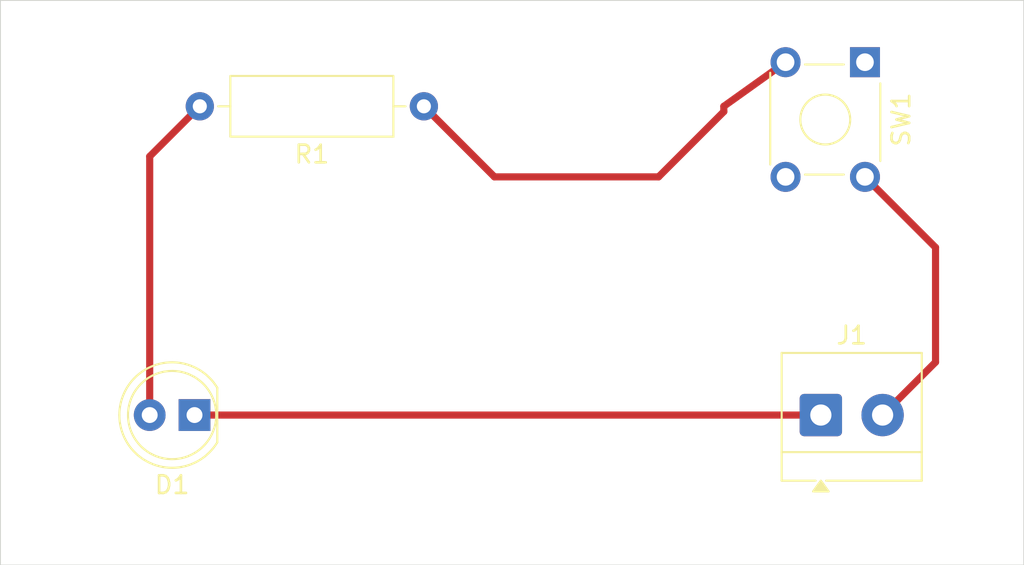
<source format=kicad_pcb>
(kicad_pcb (version 20241229) (generator "pcbnew") (generator_version "9.0")
  (layers (0 "F.Cu" signal) (2 "B.Cu" signal) (13 "F.Paste" user) (15 "B.Paste" user) (5 "F.SilkS" user "F.Silkscreen") (7 "B.SilkS" user "B.Silkscreen") (1 "F.Mask" user) (3 "B.Mask" user) (25 "Edge.Cuts" user))
  (net 0 "")
  (net 1 "Net-(D1-A)")
  (net 2 "GND")
  (net 3 "5V")
  (net 4 "Net-(R1-Pad1)")
  (footprint "TerminalBlock_4Ucon:TerminalBlock_4Ucon_1x02_P3.50mm_Horizontal" (layer "F.Cu") (at 83.5 56.5)
    (property "Reference" "J1" (at 1.75 -4.52 0) (layer "F.SilkS"))
    (property "Value" "Screw_Terminal_01x02")
    (fp_line (start -2.22 -3.52) (end -2.22 3.72) (stroke (width 0.12)) (layer "F.SilkS"))
    (fp_line (start -2.22 -3.52) (end 5.72 -3.52) (stroke (width 0.12)) (layer "F.SilkS"))
    (fp_line (start -2.22 2.1) (end 5.72 2.1) (stroke (width 0.12)) (layer "F.SilkS"))
    (fp_line (start -2.22 3.72) (end -0.3 3.72) (stroke (width 0.12)) (layer "F.SilkS"))
    (fp_line (start 0.3 3.72) (end 5.72 3.72) (stroke (width 0.12)) (layer "F.SilkS"))
    (fp_line (start 5.72 -3.52) (end 5.72 3.72) (stroke (width 0.12)) (layer "F.SilkS"))
    (fp_poly (pts (xy 0 3.72) (xy 0.44 4.33) (xy -0.44 4.33)) (stroke (width 0.12)) (fill yes) (layer "F.SilkS"))
    (pad "1" thru_hole roundrect (at 0 0) (size 2.4 2.4) (drill 1.2) (layers "*.Cu" "*.Mask") (roundrect_rratio 0.104167) (net 2 "GND"))
    (pad "2" thru_hole circle (at 3.5 0) (size 2.4 2.4) (drill 1.2) (layers "*.Cu" "*.Mask") (net 3 "5V"))
  )
  (footprint "LED_THT:LED_D5.0mm" (layer "F.Cu") (at 48 56.5 180)
    (property "Reference" "D1" (at 1.27 -3.96 180) (layer "F.SilkS"))
    (property "Value" "SFH482")
    (fp_line (start -1.29 -1.545) (end -1.29 1.545) (stroke (width 0.12)) (layer "F.SilkS"))
    (fp_arc (start 4.26 0) (mid 2.071779 2.880495) (end -1.29 1.54483) (stroke (width 0.12)) (layer "F.SilkS"))
    (fp_arc (start -1.29 -1.54483) (mid 2.071779 -2.880495) (end 4.26 0) (stroke (width 0.12)) (layer "F.SilkS"))
    (fp_circle (center 1.27 0) (end 3.77 0) (stroke (width 0.12)) (fill no) (layer "F.SilkS"))
    (pad "1" thru_hole rect (at 0 0 180) (size 1.8 1.8) (drill 0.9) (layers "*.Cu" "*.Mask") (net 2 "GND"))
    (pad "2" thru_hole circle (at 2.54 0 180) (size 1.8 1.8) (drill 0.9) (layers "*.Cu" "*.Mask") (net 1 "Net-(D1-A)"))
  )
  (footprint "Resistor_THT:R_Axial_DIN0309_L9.0mm_D3.2mm_P12.70mm_Horizontal" (layer "F.Cu") (at 61 39 180)
    (property "Reference" "R1" (at 6.35 -2.72 180) (layer "F.SilkS"))
    (property "Value" "250")
    (fp_line (start 11.66 0) (end 10.97 0) (stroke (width 0.12)) (layer "F.SilkS"))
    (fp_line (start 1.04 0) (end 1.73 0) (stroke (width 0.12)) (layer "F.SilkS"))
    (fp_rect (start 1.73 -1.72) (end 10.97 1.72) (stroke (width 0.12)) (fill no) (layer "F.SilkS"))
    (pad "1" thru_hole circle (at 0 0 180) (size 1.6 1.6) (drill 0.8) (layers "*.Cu" "*.Mask") (net 4 "Net-(R1-Pad1)"))
    (pad "2" thru_hole circle (at 12.7 0 180) (size 1.6 1.6) (drill 0.8) (layers "*.Cu" "*.Mask") (net 1 "Net-(D1-A)"))
  )
  (footprint "Button_Switch_THT:SW_TH_Tactile_Omron_B3F-10xx" (layer "F.Cu") (at 86 36.5 -90)
    (property "Reference" "SW1" (at 3.25 -2.05 90) (layer "F.SilkS"))
    (property "Value" "SW_Omron_B3FS")
    (fp_line (start 0.6 5.37) (end 5.8 5.37) (stroke (width 0.12)) (layer "F.SilkS"))
    (fp_line (start 0.13 3.4) (end 0.13 1.2) (stroke (width 0.12)) (layer "F.SilkS"))
    (fp_line (start 6.37 1.2) (end 6.37 3.4) (stroke (width 0.12)) (layer "F.SilkS"))
    (fp_line (start 1.2 -0.87) (end 5.6 -0.87) (stroke (width 0.12)) (layer "F.SilkS"))
    (fp_circle (center 3.25 2.25) (end 4.25 3.25) (stroke (width 0.12)) (fill no) (layer "F.SilkS"))
    (pad "1" thru_hole rect (at 0 0 270) (size 1.7 1.7) (drill 1) (layers "*.Cu" "*.Mask") (net 3 "5V"))
    (pad "1" thru_hole circle (at 6.5 0 270) (size 1.7 1.7) (drill 1) (layers "*.Cu" "*.Mask") (net 3 "5V"))
    (pad "2" thru_hole circle (at 0 4.5 270) (size 1.7 1.7) (drill 1) (layers "*.Cu" "*.Mask") (net 4 "Net-(R1-Pad1)"))
    (pad "2" thru_hole circle (at 6.5 4.5 270) (size 1.7 1.7) (drill 1) (layers "*.Cu" "*.Mask") (net 4 "Net-(R1-Pad1)"))
  )
  (gr_rect (start 37 33) (end 95 65) (stroke (width 0.05)) (fill no) (layer "Edge.Cuts"))
  (segment (start 45.46 57) (end 45.46 41.84) (width 0.404) (layer "F.Cu") (net 1))
  (segment (start 45.46 41.84) (end 48.3 39) (width 0.404) (layer "F.Cu") (net 1))
  (segment (start 83.5 56.5) (end 48 56.5) (width 0.404) (layer "F.Cu") (net 2))
  (segment (start 90 47) (end 90 53.5) (width 0.404) (layer "F.Cu") (net 3))
  (segment (start 90 53.5) (end 87 56.5) (width 0.404) (layer "F.Cu") (net 3))
  (segment (start 86 43) (end 90 47) (width 0.404) (layer "F.Cu") (net 3))
  (segment (start 78 39.301) (end 78 39) (width 0.404) (layer "F.Cu") (net 4))
  (segment (start 65 43) (end 74.301 43) (width 0.404) (layer "F.Cu") (net 4))
  (segment (start 74.301 43) (end 78 39.301) (width 0.404) (layer "F.Cu") (net 4))
  (segment (start 61 39) (end 65 43) (width 0.404) (layer "F.Cu") (net 4))
  (segment (start 78 39) (end 81.5 36.5) (width 0.404) (layer "F.Cu") (net 4))
)
</source>
